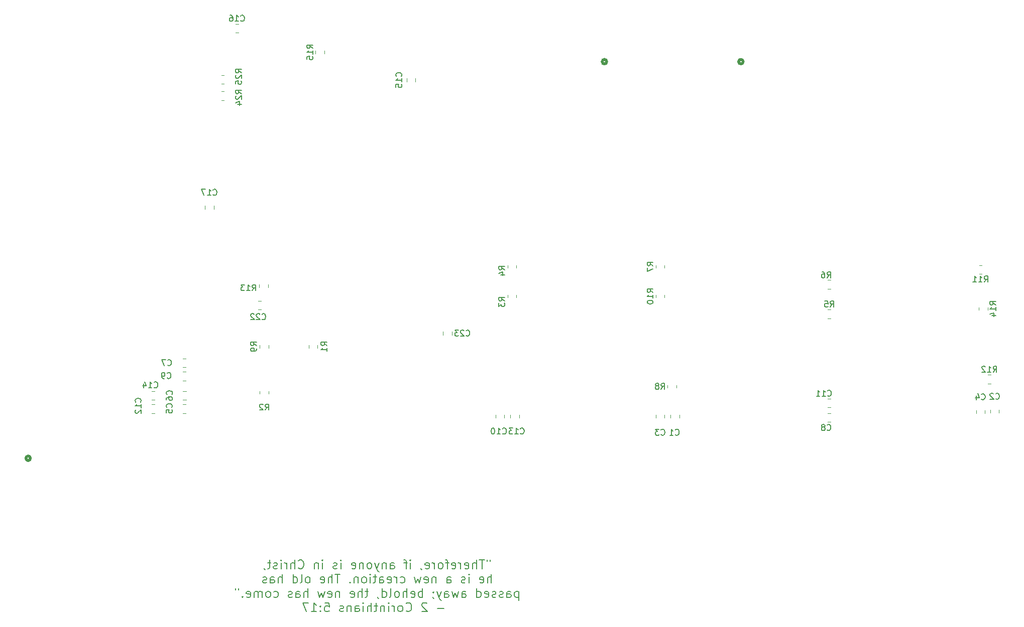
<source format=gbr>
%TF.GenerationSoftware,KiCad,Pcbnew,(6.0.0)*%
%TF.CreationDate,2024-06-19T13:28:13-04:00*%
%TF.ProjectId,MCD_Rev2,4d43445f-5265-4763-922e-6b696361645f,rev?*%
%TF.SameCoordinates,Original*%
%TF.FileFunction,Legend,Bot*%
%TF.FilePolarity,Positive*%
%FSLAX46Y46*%
G04 Gerber Fmt 4.6, Leading zero omitted, Abs format (unit mm)*
G04 Created by KiCad (PCBNEW (6.0.0)) date 2024-06-19 13:28:13*
%MOMM*%
%LPD*%
G01*
G04 APERTURE LIST*
%ADD10C,0.150000*%
%ADD11C,0.508000*%
%ADD12C,0.120000*%
G04 APERTURE END LIST*
D10*
X187392857Y-173556071D02*
X187392857Y-173841785D01*
X186821428Y-173556071D02*
X186821428Y-173841785D01*
X186392857Y-173556071D02*
X185535714Y-173556071D01*
X185964285Y-175056071D02*
X185964285Y-173556071D01*
X185035714Y-175056071D02*
X185035714Y-173556071D01*
X184392857Y-175056071D02*
X184392857Y-174270357D01*
X184464285Y-174127500D01*
X184607142Y-174056071D01*
X184821428Y-174056071D01*
X184964285Y-174127500D01*
X185035714Y-174198928D01*
X183107142Y-174984642D02*
X183250000Y-175056071D01*
X183535714Y-175056071D01*
X183678571Y-174984642D01*
X183750000Y-174841785D01*
X183750000Y-174270357D01*
X183678571Y-174127500D01*
X183535714Y-174056071D01*
X183250000Y-174056071D01*
X183107142Y-174127500D01*
X183035714Y-174270357D01*
X183035714Y-174413214D01*
X183750000Y-174556071D01*
X182392857Y-175056071D02*
X182392857Y-174056071D01*
X182392857Y-174341785D02*
X182321428Y-174198928D01*
X182250000Y-174127500D01*
X182107142Y-174056071D01*
X181964285Y-174056071D01*
X180892857Y-174984642D02*
X181035714Y-175056071D01*
X181321428Y-175056071D01*
X181464285Y-174984642D01*
X181535714Y-174841785D01*
X181535714Y-174270357D01*
X181464285Y-174127500D01*
X181321428Y-174056071D01*
X181035714Y-174056071D01*
X180892857Y-174127500D01*
X180821428Y-174270357D01*
X180821428Y-174413214D01*
X181535714Y-174556071D01*
X180392857Y-174056071D02*
X179821428Y-174056071D01*
X180178571Y-175056071D02*
X180178571Y-173770357D01*
X180107142Y-173627500D01*
X179964285Y-173556071D01*
X179821428Y-173556071D01*
X179107142Y-175056071D02*
X179250000Y-174984642D01*
X179321428Y-174913214D01*
X179392857Y-174770357D01*
X179392857Y-174341785D01*
X179321428Y-174198928D01*
X179250000Y-174127500D01*
X179107142Y-174056071D01*
X178892857Y-174056071D01*
X178750000Y-174127500D01*
X178678571Y-174198928D01*
X178607142Y-174341785D01*
X178607142Y-174770357D01*
X178678571Y-174913214D01*
X178750000Y-174984642D01*
X178892857Y-175056071D01*
X179107142Y-175056071D01*
X177964285Y-175056071D02*
X177964285Y-174056071D01*
X177964285Y-174341785D02*
X177892857Y-174198928D01*
X177821428Y-174127500D01*
X177678571Y-174056071D01*
X177535714Y-174056071D01*
X176464285Y-174984642D02*
X176607142Y-175056071D01*
X176892857Y-175056071D01*
X177035714Y-174984642D01*
X177107142Y-174841785D01*
X177107142Y-174270357D01*
X177035714Y-174127500D01*
X176892857Y-174056071D01*
X176607142Y-174056071D01*
X176464285Y-174127500D01*
X176392857Y-174270357D01*
X176392857Y-174413214D01*
X177107142Y-174556071D01*
X175678571Y-174984642D02*
X175678571Y-175056071D01*
X175750000Y-175198928D01*
X175821428Y-175270357D01*
X173892857Y-175056071D02*
X173892857Y-174056071D01*
X173892857Y-173556071D02*
X173964285Y-173627500D01*
X173892857Y-173698928D01*
X173821428Y-173627500D01*
X173892857Y-173556071D01*
X173892857Y-173698928D01*
X173392857Y-174056071D02*
X172821428Y-174056071D01*
X173178571Y-175056071D02*
X173178571Y-173770357D01*
X173107142Y-173627500D01*
X172964285Y-173556071D01*
X172821428Y-173556071D01*
X170535714Y-175056071D02*
X170535714Y-174270357D01*
X170607142Y-174127500D01*
X170750000Y-174056071D01*
X171035714Y-174056071D01*
X171178571Y-174127500D01*
X170535714Y-174984642D02*
X170678571Y-175056071D01*
X171035714Y-175056071D01*
X171178571Y-174984642D01*
X171250000Y-174841785D01*
X171250000Y-174698928D01*
X171178571Y-174556071D01*
X171035714Y-174484642D01*
X170678571Y-174484642D01*
X170535714Y-174413214D01*
X169821428Y-174056071D02*
X169821428Y-175056071D01*
X169821428Y-174198928D02*
X169750000Y-174127500D01*
X169607142Y-174056071D01*
X169392857Y-174056071D01*
X169250000Y-174127500D01*
X169178571Y-174270357D01*
X169178571Y-175056071D01*
X168607142Y-174056071D02*
X168250000Y-175056071D01*
X167892857Y-174056071D02*
X168250000Y-175056071D01*
X168392857Y-175413214D01*
X168464285Y-175484642D01*
X168607142Y-175556071D01*
X167107142Y-175056071D02*
X167250000Y-174984642D01*
X167321428Y-174913214D01*
X167392857Y-174770357D01*
X167392857Y-174341785D01*
X167321428Y-174198928D01*
X167250000Y-174127500D01*
X167107142Y-174056071D01*
X166892857Y-174056071D01*
X166750000Y-174127500D01*
X166678571Y-174198928D01*
X166607142Y-174341785D01*
X166607142Y-174770357D01*
X166678571Y-174913214D01*
X166750000Y-174984642D01*
X166892857Y-175056071D01*
X167107142Y-175056071D01*
X165964285Y-174056071D02*
X165964285Y-175056071D01*
X165964285Y-174198928D02*
X165892857Y-174127500D01*
X165750000Y-174056071D01*
X165535714Y-174056071D01*
X165392857Y-174127500D01*
X165321428Y-174270357D01*
X165321428Y-175056071D01*
X164035714Y-174984642D02*
X164178571Y-175056071D01*
X164464285Y-175056071D01*
X164607142Y-174984642D01*
X164678571Y-174841785D01*
X164678571Y-174270357D01*
X164607142Y-174127500D01*
X164464285Y-174056071D01*
X164178571Y-174056071D01*
X164035714Y-174127500D01*
X163964285Y-174270357D01*
X163964285Y-174413214D01*
X164678571Y-174556071D01*
X162178571Y-175056071D02*
X162178571Y-174056071D01*
X162178571Y-173556071D02*
X162250000Y-173627500D01*
X162178571Y-173698928D01*
X162107142Y-173627500D01*
X162178571Y-173556071D01*
X162178571Y-173698928D01*
X161535714Y-174984642D02*
X161392857Y-175056071D01*
X161107142Y-175056071D01*
X160964285Y-174984642D01*
X160892857Y-174841785D01*
X160892857Y-174770357D01*
X160964285Y-174627500D01*
X161107142Y-174556071D01*
X161321428Y-174556071D01*
X161464285Y-174484642D01*
X161535714Y-174341785D01*
X161535714Y-174270357D01*
X161464285Y-174127500D01*
X161321428Y-174056071D01*
X161107142Y-174056071D01*
X160964285Y-174127500D01*
X159107142Y-175056071D02*
X159107142Y-174056071D01*
X159107142Y-173556071D02*
X159178571Y-173627500D01*
X159107142Y-173698928D01*
X159035714Y-173627500D01*
X159107142Y-173556071D01*
X159107142Y-173698928D01*
X158392857Y-174056071D02*
X158392857Y-175056071D01*
X158392857Y-174198928D02*
X158321428Y-174127500D01*
X158178571Y-174056071D01*
X157964285Y-174056071D01*
X157821428Y-174127500D01*
X157750000Y-174270357D01*
X157750000Y-175056071D01*
X155035714Y-174913214D02*
X155107142Y-174984642D01*
X155321428Y-175056071D01*
X155464285Y-175056071D01*
X155678571Y-174984642D01*
X155821428Y-174841785D01*
X155892857Y-174698928D01*
X155964285Y-174413214D01*
X155964285Y-174198928D01*
X155892857Y-173913214D01*
X155821428Y-173770357D01*
X155678571Y-173627500D01*
X155464285Y-173556071D01*
X155321428Y-173556071D01*
X155107142Y-173627500D01*
X155035714Y-173698928D01*
X154392857Y-175056071D02*
X154392857Y-173556071D01*
X153750000Y-175056071D02*
X153750000Y-174270357D01*
X153821428Y-174127500D01*
X153964285Y-174056071D01*
X154178571Y-174056071D01*
X154321428Y-174127500D01*
X154392857Y-174198928D01*
X153035714Y-175056071D02*
X153035714Y-174056071D01*
X153035714Y-174341785D02*
X152964285Y-174198928D01*
X152892857Y-174127500D01*
X152750000Y-174056071D01*
X152607142Y-174056071D01*
X152107142Y-175056071D02*
X152107142Y-174056071D01*
X152107142Y-173556071D02*
X152178571Y-173627500D01*
X152107142Y-173698928D01*
X152035714Y-173627500D01*
X152107142Y-173556071D01*
X152107142Y-173698928D01*
X151464285Y-174984642D02*
X151321428Y-175056071D01*
X151035714Y-175056071D01*
X150892857Y-174984642D01*
X150821428Y-174841785D01*
X150821428Y-174770357D01*
X150892857Y-174627500D01*
X151035714Y-174556071D01*
X151250000Y-174556071D01*
X151392857Y-174484642D01*
X151464285Y-174341785D01*
X151464285Y-174270357D01*
X151392857Y-174127500D01*
X151250000Y-174056071D01*
X151035714Y-174056071D01*
X150892857Y-174127500D01*
X150392857Y-174056071D02*
X149821428Y-174056071D01*
X150178571Y-173556071D02*
X150178571Y-174841785D01*
X150107142Y-174984642D01*
X149964285Y-175056071D01*
X149821428Y-175056071D01*
X149250000Y-174984642D02*
X149250000Y-175056071D01*
X149321428Y-175198928D01*
X149392857Y-175270357D01*
X187571428Y-177471071D02*
X187571428Y-175971071D01*
X186928571Y-177471071D02*
X186928571Y-176685357D01*
X187000000Y-176542500D01*
X187142857Y-176471071D01*
X187357142Y-176471071D01*
X187500000Y-176542500D01*
X187571428Y-176613928D01*
X185642857Y-177399642D02*
X185785714Y-177471071D01*
X186071428Y-177471071D01*
X186214285Y-177399642D01*
X186285714Y-177256785D01*
X186285714Y-176685357D01*
X186214285Y-176542500D01*
X186071428Y-176471071D01*
X185785714Y-176471071D01*
X185642857Y-176542500D01*
X185571428Y-176685357D01*
X185571428Y-176828214D01*
X186285714Y-176971071D01*
X183785714Y-177471071D02*
X183785714Y-176471071D01*
X183785714Y-175971071D02*
X183857142Y-176042500D01*
X183785714Y-176113928D01*
X183714285Y-176042500D01*
X183785714Y-175971071D01*
X183785714Y-176113928D01*
X183142857Y-177399642D02*
X183000000Y-177471071D01*
X182714285Y-177471071D01*
X182571428Y-177399642D01*
X182500000Y-177256785D01*
X182500000Y-177185357D01*
X182571428Y-177042500D01*
X182714285Y-176971071D01*
X182928571Y-176971071D01*
X183071428Y-176899642D01*
X183142857Y-176756785D01*
X183142857Y-176685357D01*
X183071428Y-176542500D01*
X182928571Y-176471071D01*
X182714285Y-176471071D01*
X182571428Y-176542500D01*
X180071428Y-177471071D02*
X180071428Y-176685357D01*
X180142857Y-176542500D01*
X180285714Y-176471071D01*
X180571428Y-176471071D01*
X180714285Y-176542500D01*
X180071428Y-177399642D02*
X180214285Y-177471071D01*
X180571428Y-177471071D01*
X180714285Y-177399642D01*
X180785714Y-177256785D01*
X180785714Y-177113928D01*
X180714285Y-176971071D01*
X180571428Y-176899642D01*
X180214285Y-176899642D01*
X180071428Y-176828214D01*
X178214285Y-176471071D02*
X178214285Y-177471071D01*
X178214285Y-176613928D02*
X178142857Y-176542500D01*
X178000000Y-176471071D01*
X177785714Y-176471071D01*
X177642857Y-176542500D01*
X177571428Y-176685357D01*
X177571428Y-177471071D01*
X176285714Y-177399642D02*
X176428571Y-177471071D01*
X176714285Y-177471071D01*
X176857142Y-177399642D01*
X176928571Y-177256785D01*
X176928571Y-176685357D01*
X176857142Y-176542500D01*
X176714285Y-176471071D01*
X176428571Y-176471071D01*
X176285714Y-176542500D01*
X176214285Y-176685357D01*
X176214285Y-176828214D01*
X176928571Y-176971071D01*
X175714285Y-176471071D02*
X175428571Y-177471071D01*
X175142857Y-176756785D01*
X174857142Y-177471071D01*
X174571428Y-176471071D01*
X172214285Y-177399642D02*
X172357142Y-177471071D01*
X172642857Y-177471071D01*
X172785714Y-177399642D01*
X172857142Y-177328214D01*
X172928571Y-177185357D01*
X172928571Y-176756785D01*
X172857142Y-176613928D01*
X172785714Y-176542500D01*
X172642857Y-176471071D01*
X172357142Y-176471071D01*
X172214285Y-176542500D01*
X171571428Y-177471071D02*
X171571428Y-176471071D01*
X171571428Y-176756785D02*
X171500000Y-176613928D01*
X171428571Y-176542500D01*
X171285714Y-176471071D01*
X171142857Y-176471071D01*
X170071428Y-177399642D02*
X170214285Y-177471071D01*
X170500000Y-177471071D01*
X170642857Y-177399642D01*
X170714285Y-177256785D01*
X170714285Y-176685357D01*
X170642857Y-176542500D01*
X170500000Y-176471071D01*
X170214285Y-176471071D01*
X170071428Y-176542500D01*
X170000000Y-176685357D01*
X170000000Y-176828214D01*
X170714285Y-176971071D01*
X168714285Y-177471071D02*
X168714285Y-176685357D01*
X168785714Y-176542500D01*
X168928571Y-176471071D01*
X169214285Y-176471071D01*
X169357142Y-176542500D01*
X168714285Y-177399642D02*
X168857142Y-177471071D01*
X169214285Y-177471071D01*
X169357142Y-177399642D01*
X169428571Y-177256785D01*
X169428571Y-177113928D01*
X169357142Y-176971071D01*
X169214285Y-176899642D01*
X168857142Y-176899642D01*
X168714285Y-176828214D01*
X168214285Y-176471071D02*
X167642857Y-176471071D01*
X168000000Y-175971071D02*
X168000000Y-177256785D01*
X167928571Y-177399642D01*
X167785714Y-177471071D01*
X167642857Y-177471071D01*
X167142857Y-177471071D02*
X167142857Y-176471071D01*
X167142857Y-175971071D02*
X167214285Y-176042500D01*
X167142857Y-176113928D01*
X167071428Y-176042500D01*
X167142857Y-175971071D01*
X167142857Y-176113928D01*
X166214285Y-177471071D02*
X166357142Y-177399642D01*
X166428571Y-177328214D01*
X166500000Y-177185357D01*
X166500000Y-176756785D01*
X166428571Y-176613928D01*
X166357142Y-176542500D01*
X166214285Y-176471071D01*
X166000000Y-176471071D01*
X165857142Y-176542500D01*
X165785714Y-176613928D01*
X165714285Y-176756785D01*
X165714285Y-177185357D01*
X165785714Y-177328214D01*
X165857142Y-177399642D01*
X166000000Y-177471071D01*
X166214285Y-177471071D01*
X165071428Y-176471071D02*
X165071428Y-177471071D01*
X165071428Y-176613928D02*
X165000000Y-176542500D01*
X164857142Y-176471071D01*
X164642857Y-176471071D01*
X164500000Y-176542500D01*
X164428571Y-176685357D01*
X164428571Y-177471071D01*
X163714285Y-177328214D02*
X163642857Y-177399642D01*
X163714285Y-177471071D01*
X163785714Y-177399642D01*
X163714285Y-177328214D01*
X163714285Y-177471071D01*
X162071428Y-175971071D02*
X161214285Y-175971071D01*
X161642857Y-177471071D02*
X161642857Y-175971071D01*
X160714285Y-177471071D02*
X160714285Y-175971071D01*
X160071428Y-177471071D02*
X160071428Y-176685357D01*
X160142857Y-176542500D01*
X160285714Y-176471071D01*
X160500000Y-176471071D01*
X160642857Y-176542500D01*
X160714285Y-176613928D01*
X158785714Y-177399642D02*
X158928571Y-177471071D01*
X159214285Y-177471071D01*
X159357142Y-177399642D01*
X159428571Y-177256785D01*
X159428571Y-176685357D01*
X159357142Y-176542500D01*
X159214285Y-176471071D01*
X158928571Y-176471071D01*
X158785714Y-176542500D01*
X158714285Y-176685357D01*
X158714285Y-176828214D01*
X159428571Y-176971071D01*
X156714285Y-177471071D02*
X156857142Y-177399642D01*
X156928571Y-177328214D01*
X157000000Y-177185357D01*
X157000000Y-176756785D01*
X156928571Y-176613928D01*
X156857142Y-176542500D01*
X156714285Y-176471071D01*
X156500000Y-176471071D01*
X156357142Y-176542500D01*
X156285714Y-176613928D01*
X156214285Y-176756785D01*
X156214285Y-177185357D01*
X156285714Y-177328214D01*
X156357142Y-177399642D01*
X156500000Y-177471071D01*
X156714285Y-177471071D01*
X155357142Y-177471071D02*
X155500000Y-177399642D01*
X155571428Y-177256785D01*
X155571428Y-175971071D01*
X154142857Y-177471071D02*
X154142857Y-175971071D01*
X154142857Y-177399642D02*
X154285714Y-177471071D01*
X154571428Y-177471071D01*
X154714285Y-177399642D01*
X154785714Y-177328214D01*
X154857142Y-177185357D01*
X154857142Y-176756785D01*
X154785714Y-176613928D01*
X154714285Y-176542500D01*
X154571428Y-176471071D01*
X154285714Y-176471071D01*
X154142857Y-176542500D01*
X152285714Y-177471071D02*
X152285714Y-175971071D01*
X151642857Y-177471071D02*
X151642857Y-176685357D01*
X151714285Y-176542500D01*
X151857142Y-176471071D01*
X152071428Y-176471071D01*
X152214285Y-176542500D01*
X152285714Y-176613928D01*
X150285714Y-177471071D02*
X150285714Y-176685357D01*
X150357142Y-176542500D01*
X150500000Y-176471071D01*
X150785714Y-176471071D01*
X150928571Y-176542500D01*
X150285714Y-177399642D02*
X150428571Y-177471071D01*
X150785714Y-177471071D01*
X150928571Y-177399642D01*
X151000000Y-177256785D01*
X151000000Y-177113928D01*
X150928571Y-176971071D01*
X150785714Y-176899642D01*
X150428571Y-176899642D01*
X150285714Y-176828214D01*
X149642857Y-177399642D02*
X149500000Y-177471071D01*
X149214285Y-177471071D01*
X149071428Y-177399642D01*
X149000000Y-177256785D01*
X149000000Y-177185357D01*
X149071428Y-177042500D01*
X149214285Y-176971071D01*
X149428571Y-176971071D01*
X149571428Y-176899642D01*
X149642857Y-176756785D01*
X149642857Y-176685357D01*
X149571428Y-176542500D01*
X149428571Y-176471071D01*
X149214285Y-176471071D01*
X149071428Y-176542500D01*
X192178571Y-178886071D02*
X192178571Y-180386071D01*
X192178571Y-178957500D02*
X192035714Y-178886071D01*
X191750000Y-178886071D01*
X191607142Y-178957500D01*
X191535714Y-179028928D01*
X191464285Y-179171785D01*
X191464285Y-179600357D01*
X191535714Y-179743214D01*
X191607142Y-179814642D01*
X191750000Y-179886071D01*
X192035714Y-179886071D01*
X192178571Y-179814642D01*
X190178571Y-179886071D02*
X190178571Y-179100357D01*
X190250000Y-178957500D01*
X190392857Y-178886071D01*
X190678571Y-178886071D01*
X190821428Y-178957500D01*
X190178571Y-179814642D02*
X190321428Y-179886071D01*
X190678571Y-179886071D01*
X190821428Y-179814642D01*
X190892857Y-179671785D01*
X190892857Y-179528928D01*
X190821428Y-179386071D01*
X190678571Y-179314642D01*
X190321428Y-179314642D01*
X190178571Y-179243214D01*
X189535714Y-179814642D02*
X189392857Y-179886071D01*
X189107142Y-179886071D01*
X188964285Y-179814642D01*
X188892857Y-179671785D01*
X188892857Y-179600357D01*
X188964285Y-179457500D01*
X189107142Y-179386071D01*
X189321428Y-179386071D01*
X189464285Y-179314642D01*
X189535714Y-179171785D01*
X189535714Y-179100357D01*
X189464285Y-178957500D01*
X189321428Y-178886071D01*
X189107142Y-178886071D01*
X188964285Y-178957500D01*
X188321428Y-179814642D02*
X188178571Y-179886071D01*
X187892857Y-179886071D01*
X187750000Y-179814642D01*
X187678571Y-179671785D01*
X187678571Y-179600357D01*
X187750000Y-179457500D01*
X187892857Y-179386071D01*
X188107142Y-179386071D01*
X188250000Y-179314642D01*
X188321428Y-179171785D01*
X188321428Y-179100357D01*
X188250000Y-178957500D01*
X188107142Y-178886071D01*
X187892857Y-178886071D01*
X187750000Y-178957500D01*
X186464285Y-179814642D02*
X186607142Y-179886071D01*
X186892857Y-179886071D01*
X187035714Y-179814642D01*
X187107142Y-179671785D01*
X187107142Y-179100357D01*
X187035714Y-178957500D01*
X186892857Y-178886071D01*
X186607142Y-178886071D01*
X186464285Y-178957500D01*
X186392857Y-179100357D01*
X186392857Y-179243214D01*
X187107142Y-179386071D01*
X185107142Y-179886071D02*
X185107142Y-178386071D01*
X185107142Y-179814642D02*
X185250000Y-179886071D01*
X185535714Y-179886071D01*
X185678571Y-179814642D01*
X185750000Y-179743214D01*
X185821428Y-179600357D01*
X185821428Y-179171785D01*
X185750000Y-179028928D01*
X185678571Y-178957500D01*
X185535714Y-178886071D01*
X185250000Y-178886071D01*
X185107142Y-178957500D01*
X182607142Y-179886071D02*
X182607142Y-179100357D01*
X182678571Y-178957500D01*
X182821428Y-178886071D01*
X183107142Y-178886071D01*
X183250000Y-178957500D01*
X182607142Y-179814642D02*
X182750000Y-179886071D01*
X183107142Y-179886071D01*
X183250000Y-179814642D01*
X183321428Y-179671785D01*
X183321428Y-179528928D01*
X183250000Y-179386071D01*
X183107142Y-179314642D01*
X182750000Y-179314642D01*
X182607142Y-179243214D01*
X182035714Y-178886071D02*
X181750000Y-179886071D01*
X181464285Y-179171785D01*
X181178571Y-179886071D01*
X180892857Y-178886071D01*
X179678571Y-179886071D02*
X179678571Y-179100357D01*
X179750000Y-178957500D01*
X179892857Y-178886071D01*
X180178571Y-178886071D01*
X180321428Y-178957500D01*
X179678571Y-179814642D02*
X179821428Y-179886071D01*
X180178571Y-179886071D01*
X180321428Y-179814642D01*
X180392857Y-179671785D01*
X180392857Y-179528928D01*
X180321428Y-179386071D01*
X180178571Y-179314642D01*
X179821428Y-179314642D01*
X179678571Y-179243214D01*
X179107142Y-178886071D02*
X178749999Y-179886071D01*
X178392857Y-178886071D02*
X178749999Y-179886071D01*
X178892857Y-180243214D01*
X178964285Y-180314642D01*
X179107142Y-180386071D01*
X177750000Y-179814642D02*
X177750000Y-179886071D01*
X177821428Y-180028928D01*
X177892857Y-180100357D01*
X177821428Y-178957500D02*
X177750000Y-179028928D01*
X177821428Y-179100357D01*
X177892857Y-179028928D01*
X177821428Y-178957500D01*
X177821428Y-179100357D01*
X175964285Y-179886071D02*
X175964285Y-178386071D01*
X175964285Y-178957500D02*
X175821428Y-178886071D01*
X175535714Y-178886071D01*
X175392857Y-178957500D01*
X175321428Y-179028928D01*
X175249999Y-179171785D01*
X175249999Y-179600357D01*
X175321428Y-179743214D01*
X175392857Y-179814642D01*
X175535714Y-179886071D01*
X175821428Y-179886071D01*
X175964285Y-179814642D01*
X174035714Y-179814642D02*
X174178571Y-179886071D01*
X174464285Y-179886071D01*
X174607142Y-179814642D01*
X174678571Y-179671785D01*
X174678571Y-179100357D01*
X174607142Y-178957500D01*
X174464285Y-178886071D01*
X174178571Y-178886071D01*
X174035714Y-178957500D01*
X173964285Y-179100357D01*
X173964285Y-179243214D01*
X174678571Y-179386071D01*
X173321428Y-179886071D02*
X173321428Y-178386071D01*
X172678571Y-179886071D02*
X172678571Y-179100357D01*
X172749999Y-178957500D01*
X172892857Y-178886071D01*
X173107142Y-178886071D01*
X173249999Y-178957500D01*
X173321428Y-179028928D01*
X171749999Y-179886071D02*
X171892857Y-179814642D01*
X171964285Y-179743214D01*
X172035714Y-179600357D01*
X172035714Y-179171785D01*
X171964285Y-179028928D01*
X171892857Y-178957500D01*
X171749999Y-178886071D01*
X171535714Y-178886071D01*
X171392857Y-178957500D01*
X171321428Y-179028928D01*
X171249999Y-179171785D01*
X171249999Y-179600357D01*
X171321428Y-179743214D01*
X171392857Y-179814642D01*
X171535714Y-179886071D01*
X171749999Y-179886071D01*
X170392857Y-179886071D02*
X170535714Y-179814642D01*
X170607142Y-179671785D01*
X170607142Y-178386071D01*
X169178571Y-179886071D02*
X169178571Y-178386071D01*
X169178571Y-179814642D02*
X169321428Y-179886071D01*
X169607142Y-179886071D01*
X169749999Y-179814642D01*
X169821428Y-179743214D01*
X169892857Y-179600357D01*
X169892857Y-179171785D01*
X169821428Y-179028928D01*
X169749999Y-178957500D01*
X169607142Y-178886071D01*
X169321428Y-178886071D01*
X169178571Y-178957500D01*
X168392857Y-179814642D02*
X168392857Y-179886071D01*
X168464285Y-180028928D01*
X168535714Y-180100357D01*
X166821428Y-178886071D02*
X166249999Y-178886071D01*
X166607142Y-178386071D02*
X166607142Y-179671785D01*
X166535714Y-179814642D01*
X166392857Y-179886071D01*
X166249999Y-179886071D01*
X165749999Y-179886071D02*
X165749999Y-178386071D01*
X165107142Y-179886071D02*
X165107142Y-179100357D01*
X165178571Y-178957500D01*
X165321428Y-178886071D01*
X165535714Y-178886071D01*
X165678571Y-178957500D01*
X165749999Y-179028928D01*
X163821428Y-179814642D02*
X163964285Y-179886071D01*
X164249999Y-179886071D01*
X164392857Y-179814642D01*
X164464285Y-179671785D01*
X164464285Y-179100357D01*
X164392857Y-178957500D01*
X164249999Y-178886071D01*
X163964285Y-178886071D01*
X163821428Y-178957500D01*
X163749999Y-179100357D01*
X163749999Y-179243214D01*
X164464285Y-179386071D01*
X161964285Y-178886071D02*
X161964285Y-179886071D01*
X161964285Y-179028928D02*
X161892857Y-178957500D01*
X161749999Y-178886071D01*
X161535714Y-178886071D01*
X161392857Y-178957500D01*
X161321428Y-179100357D01*
X161321428Y-179886071D01*
X160035714Y-179814642D02*
X160178571Y-179886071D01*
X160464285Y-179886071D01*
X160607142Y-179814642D01*
X160678571Y-179671785D01*
X160678571Y-179100357D01*
X160607142Y-178957500D01*
X160464285Y-178886071D01*
X160178571Y-178886071D01*
X160035714Y-178957500D01*
X159964285Y-179100357D01*
X159964285Y-179243214D01*
X160678571Y-179386071D01*
X159464285Y-178886071D02*
X159178571Y-179886071D01*
X158892857Y-179171785D01*
X158607142Y-179886071D01*
X158321428Y-178886071D01*
X156607142Y-179886071D02*
X156607142Y-178386071D01*
X155964285Y-179886071D02*
X155964285Y-179100357D01*
X156035714Y-178957500D01*
X156178571Y-178886071D01*
X156392857Y-178886071D01*
X156535714Y-178957500D01*
X156607142Y-179028928D01*
X154607142Y-179886071D02*
X154607142Y-179100357D01*
X154678571Y-178957500D01*
X154821428Y-178886071D01*
X155107142Y-178886071D01*
X155249999Y-178957500D01*
X154607142Y-179814642D02*
X154749999Y-179886071D01*
X155107142Y-179886071D01*
X155249999Y-179814642D01*
X155321428Y-179671785D01*
X155321428Y-179528928D01*
X155249999Y-179386071D01*
X155107142Y-179314642D01*
X154749999Y-179314642D01*
X154607142Y-179243214D01*
X153964285Y-179814642D02*
X153821428Y-179886071D01*
X153535714Y-179886071D01*
X153392857Y-179814642D01*
X153321428Y-179671785D01*
X153321428Y-179600357D01*
X153392857Y-179457500D01*
X153535714Y-179386071D01*
X153749999Y-179386071D01*
X153892857Y-179314642D01*
X153964285Y-179171785D01*
X153964285Y-179100357D01*
X153892857Y-178957500D01*
X153749999Y-178886071D01*
X153535714Y-178886071D01*
X153392857Y-178957500D01*
X150892857Y-179814642D02*
X151035714Y-179886071D01*
X151321428Y-179886071D01*
X151464285Y-179814642D01*
X151535714Y-179743214D01*
X151607142Y-179600357D01*
X151607142Y-179171785D01*
X151535714Y-179028928D01*
X151464285Y-178957500D01*
X151321428Y-178886071D01*
X151035714Y-178886071D01*
X150892857Y-178957500D01*
X150035714Y-179886071D02*
X150178571Y-179814642D01*
X150249999Y-179743214D01*
X150321428Y-179600357D01*
X150321428Y-179171785D01*
X150249999Y-179028928D01*
X150178571Y-178957500D01*
X150035714Y-178886071D01*
X149821428Y-178886071D01*
X149678571Y-178957500D01*
X149607142Y-179028928D01*
X149535714Y-179171785D01*
X149535714Y-179600357D01*
X149607142Y-179743214D01*
X149678571Y-179814642D01*
X149821428Y-179886071D01*
X150035714Y-179886071D01*
X148892857Y-179886071D02*
X148892857Y-178886071D01*
X148892857Y-179028928D02*
X148821428Y-178957500D01*
X148678571Y-178886071D01*
X148464285Y-178886071D01*
X148321428Y-178957500D01*
X148249999Y-179100357D01*
X148249999Y-179886071D01*
X148249999Y-179100357D02*
X148178571Y-178957500D01*
X148035714Y-178886071D01*
X147821428Y-178886071D01*
X147678571Y-178957500D01*
X147607142Y-179100357D01*
X147607142Y-179886071D01*
X146321428Y-179814642D02*
X146464285Y-179886071D01*
X146749999Y-179886071D01*
X146892857Y-179814642D01*
X146964285Y-179671785D01*
X146964285Y-179100357D01*
X146892857Y-178957500D01*
X146749999Y-178886071D01*
X146464285Y-178886071D01*
X146321428Y-178957500D01*
X146249999Y-179100357D01*
X146249999Y-179243214D01*
X146964285Y-179386071D01*
X145607142Y-179743214D02*
X145535714Y-179814642D01*
X145607142Y-179886071D01*
X145678571Y-179814642D01*
X145607142Y-179743214D01*
X145607142Y-179886071D01*
X144964285Y-178386071D02*
X144964285Y-178671785D01*
X144392857Y-178386071D02*
X144392857Y-178671785D01*
X179607142Y-181729642D02*
X178464285Y-181729642D01*
X176678571Y-180943928D02*
X176607142Y-180872500D01*
X176464285Y-180801071D01*
X176107142Y-180801071D01*
X175964285Y-180872500D01*
X175892857Y-180943928D01*
X175821428Y-181086785D01*
X175821428Y-181229642D01*
X175892857Y-181443928D01*
X176750000Y-182301071D01*
X175821428Y-182301071D01*
X173178571Y-182158214D02*
X173250000Y-182229642D01*
X173464285Y-182301071D01*
X173607142Y-182301071D01*
X173821428Y-182229642D01*
X173964285Y-182086785D01*
X174035714Y-181943928D01*
X174107142Y-181658214D01*
X174107142Y-181443928D01*
X174035714Y-181158214D01*
X173964285Y-181015357D01*
X173821428Y-180872500D01*
X173607142Y-180801071D01*
X173464285Y-180801071D01*
X173250000Y-180872500D01*
X173178571Y-180943928D01*
X172321428Y-182301071D02*
X172464285Y-182229642D01*
X172535714Y-182158214D01*
X172607142Y-182015357D01*
X172607142Y-181586785D01*
X172535714Y-181443928D01*
X172464285Y-181372500D01*
X172321428Y-181301071D01*
X172107142Y-181301071D01*
X171964285Y-181372500D01*
X171892857Y-181443928D01*
X171821428Y-181586785D01*
X171821428Y-182015357D01*
X171892857Y-182158214D01*
X171964285Y-182229642D01*
X172107142Y-182301071D01*
X172321428Y-182301071D01*
X171178571Y-182301071D02*
X171178571Y-181301071D01*
X171178571Y-181586785D02*
X171107142Y-181443928D01*
X171035714Y-181372500D01*
X170892857Y-181301071D01*
X170750000Y-181301071D01*
X170250000Y-182301071D02*
X170250000Y-181301071D01*
X170250000Y-180801071D02*
X170321428Y-180872500D01*
X170250000Y-180943928D01*
X170178571Y-180872500D01*
X170250000Y-180801071D01*
X170250000Y-180943928D01*
X169535714Y-181301071D02*
X169535714Y-182301071D01*
X169535714Y-181443928D02*
X169464285Y-181372500D01*
X169321428Y-181301071D01*
X169107142Y-181301071D01*
X168964285Y-181372500D01*
X168892857Y-181515357D01*
X168892857Y-182301071D01*
X168392857Y-181301071D02*
X167821428Y-181301071D01*
X168178571Y-180801071D02*
X168178571Y-182086785D01*
X168107142Y-182229642D01*
X167964285Y-182301071D01*
X167821428Y-182301071D01*
X167321428Y-182301071D02*
X167321428Y-180801071D01*
X166678571Y-182301071D02*
X166678571Y-181515357D01*
X166750000Y-181372500D01*
X166892857Y-181301071D01*
X167107142Y-181301071D01*
X167250000Y-181372500D01*
X167321428Y-181443928D01*
X165964285Y-182301071D02*
X165964285Y-181301071D01*
X165964285Y-180801071D02*
X166035714Y-180872500D01*
X165964285Y-180943928D01*
X165892857Y-180872500D01*
X165964285Y-180801071D01*
X165964285Y-180943928D01*
X164607142Y-182301071D02*
X164607142Y-181515357D01*
X164678571Y-181372500D01*
X164821428Y-181301071D01*
X165107142Y-181301071D01*
X165250000Y-181372500D01*
X164607142Y-182229642D02*
X164750000Y-182301071D01*
X165107142Y-182301071D01*
X165250000Y-182229642D01*
X165321428Y-182086785D01*
X165321428Y-181943928D01*
X165250000Y-181801071D01*
X165107142Y-181729642D01*
X164750000Y-181729642D01*
X164607142Y-181658214D01*
X163892857Y-181301071D02*
X163892857Y-182301071D01*
X163892857Y-181443928D02*
X163821428Y-181372500D01*
X163678571Y-181301071D01*
X163464285Y-181301071D01*
X163321428Y-181372500D01*
X163250000Y-181515357D01*
X163250000Y-182301071D01*
X162607142Y-182229642D02*
X162464285Y-182301071D01*
X162178571Y-182301071D01*
X162035714Y-182229642D01*
X161964285Y-182086785D01*
X161964285Y-182015357D01*
X162035714Y-181872500D01*
X162178571Y-181801071D01*
X162392857Y-181801071D01*
X162535714Y-181729642D01*
X162607142Y-181586785D01*
X162607142Y-181515357D01*
X162535714Y-181372500D01*
X162392857Y-181301071D01*
X162178571Y-181301071D01*
X162035714Y-181372500D01*
X159464285Y-180801071D02*
X160178571Y-180801071D01*
X160250000Y-181515357D01*
X160178571Y-181443928D01*
X160035714Y-181372500D01*
X159678571Y-181372500D01*
X159535714Y-181443928D01*
X159464285Y-181515357D01*
X159392857Y-181658214D01*
X159392857Y-182015357D01*
X159464285Y-182158214D01*
X159535714Y-182229642D01*
X159678571Y-182301071D01*
X160035714Y-182301071D01*
X160178571Y-182229642D01*
X160250000Y-182158214D01*
X158750000Y-182158214D02*
X158678571Y-182229642D01*
X158750000Y-182301071D01*
X158821428Y-182229642D01*
X158750000Y-182158214D01*
X158750000Y-182301071D01*
X158750000Y-181372500D02*
X158678571Y-181443928D01*
X158750000Y-181515357D01*
X158821428Y-181443928D01*
X158750000Y-181372500D01*
X158750000Y-181515357D01*
X157250000Y-182301071D02*
X158107142Y-182301071D01*
X157678571Y-182301071D02*
X157678571Y-180801071D01*
X157821428Y-181015357D01*
X157964285Y-181158214D01*
X158107142Y-181229642D01*
X156750000Y-180801071D02*
X155750000Y-180801071D01*
X156392857Y-182301071D01*
%TO.C,R11*%
X270659980Y-126672380D02*
X270993313Y-126196190D01*
X271231408Y-126672380D02*
X271231408Y-125672380D01*
X270850456Y-125672380D01*
X270755218Y-125720000D01*
X270707599Y-125767619D01*
X270659980Y-125862857D01*
X270659980Y-126005714D01*
X270707599Y-126100952D01*
X270755218Y-126148571D01*
X270850456Y-126196190D01*
X271231408Y-126196190D01*
X269707599Y-126672380D02*
X270279027Y-126672380D01*
X269993313Y-126672380D02*
X269993313Y-125672380D01*
X270088551Y-125815238D01*
X270183789Y-125910476D01*
X270279027Y-125958095D01*
X268755218Y-126672380D02*
X269326646Y-126672380D01*
X269040932Y-126672380D02*
X269040932Y-125672380D01*
X269136170Y-125815238D01*
X269231408Y-125910476D01*
X269326646Y-125958095D01*
%TO.C,R5*%
X244683789Y-130872380D02*
X245017123Y-130396190D01*
X245255218Y-130872380D02*
X245255218Y-129872380D01*
X244874265Y-129872380D01*
X244779027Y-129920000D01*
X244731408Y-129967619D01*
X244683789Y-130062857D01*
X244683789Y-130205714D01*
X244731408Y-130300952D01*
X244779027Y-130348571D01*
X244874265Y-130396190D01*
X245255218Y-130396190D01*
X243779027Y-129872380D02*
X244255218Y-129872380D01*
X244302837Y-130348571D01*
X244255218Y-130300952D01*
X244159980Y-130253333D01*
X243921884Y-130253333D01*
X243826646Y-130300952D01*
X243779027Y-130348571D01*
X243731408Y-130443809D01*
X243731408Y-130681904D01*
X243779027Y-130777142D01*
X243826646Y-130824761D01*
X243921884Y-130872380D01*
X244159980Y-130872380D01*
X244255218Y-130824761D01*
X244302837Y-130777142D01*
%TO.C,C3*%
X216183789Y-152427142D02*
X216231408Y-152474761D01*
X216374265Y-152522380D01*
X216469503Y-152522380D01*
X216612361Y-152474761D01*
X216707599Y-152379523D01*
X216755218Y-152284285D01*
X216802837Y-152093809D01*
X216802837Y-151950952D01*
X216755218Y-151760476D01*
X216707599Y-151665238D01*
X216612361Y-151570000D01*
X216469503Y-151522380D01*
X216374265Y-151522380D01*
X216231408Y-151570000D01*
X216183789Y-151617619D01*
X215850456Y-151522380D02*
X215231408Y-151522380D01*
X215564742Y-151903333D01*
X215421884Y-151903333D01*
X215326646Y-151950952D01*
X215279027Y-151998571D01*
X215231408Y-152093809D01*
X215231408Y-152331904D01*
X215279027Y-152427142D01*
X215326646Y-152474761D01*
X215421884Y-152522380D01*
X215707599Y-152522380D01*
X215802837Y-152474761D01*
X215850456Y-152427142D01*
%TO.C,R1*%
X159869503Y-137403333D02*
X159393313Y-137070000D01*
X159869503Y-136831904D02*
X158869503Y-136831904D01*
X158869503Y-137212857D01*
X158917123Y-137308095D01*
X158964742Y-137355714D01*
X159059980Y-137403333D01*
X159202837Y-137403333D01*
X159298075Y-137355714D01*
X159345694Y-137308095D01*
X159393313Y-137212857D01*
X159393313Y-136831904D01*
X159869503Y-138355714D02*
X159869503Y-137784285D01*
X159869503Y-138070000D02*
X158869503Y-138070000D01*
X159012361Y-137974761D01*
X159107599Y-137879523D01*
X159155218Y-137784285D01*
%TO.C,R24*%
X145452380Y-94857142D02*
X144976190Y-94523809D01*
X145452380Y-94285714D02*
X144452380Y-94285714D01*
X144452380Y-94666666D01*
X144500000Y-94761904D01*
X144547619Y-94809523D01*
X144642857Y-94857142D01*
X144785714Y-94857142D01*
X144880952Y-94809523D01*
X144928571Y-94761904D01*
X144976190Y-94666666D01*
X144976190Y-94285714D01*
X144547619Y-95238095D02*
X144500000Y-95285714D01*
X144452380Y-95380952D01*
X144452380Y-95619047D01*
X144500000Y-95714285D01*
X144547619Y-95761904D01*
X144642857Y-95809523D01*
X144738095Y-95809523D01*
X144880952Y-95761904D01*
X145452380Y-95190476D01*
X145452380Y-95809523D01*
X144785714Y-96666666D02*
X145452380Y-96666666D01*
X144404761Y-96428571D02*
X145119047Y-96190476D01*
X145119047Y-96809523D01*
%TO.C,C6*%
X133696765Y-145653333D02*
X133744384Y-145605714D01*
X133792003Y-145462857D01*
X133792003Y-145367619D01*
X133744384Y-145224761D01*
X133649146Y-145129523D01*
X133553908Y-145081904D01*
X133363432Y-145034285D01*
X133220575Y-145034285D01*
X133030099Y-145081904D01*
X132934861Y-145129523D01*
X132839623Y-145224761D01*
X132792003Y-145367619D01*
X132792003Y-145462857D01*
X132839623Y-145605714D01*
X132887242Y-145653333D01*
X132792003Y-146510476D02*
X132792003Y-146320000D01*
X132839623Y-146224761D01*
X132887242Y-146177142D01*
X133030099Y-146081904D01*
X133220575Y-146034285D01*
X133601527Y-146034285D01*
X133696765Y-146081904D01*
X133744384Y-146129523D01*
X133792003Y-146224761D01*
X133792003Y-146415238D01*
X133744384Y-146510476D01*
X133696765Y-146558095D01*
X133601527Y-146605714D01*
X133363432Y-146605714D01*
X133268194Y-146558095D01*
X133220575Y-146510476D01*
X133172956Y-146415238D01*
X133172956Y-146224761D01*
X133220575Y-146129523D01*
X133268194Y-146081904D01*
X133363432Y-146034285D01*
%TO.C,R15*%
X157469503Y-87227142D02*
X156993313Y-86893809D01*
X157469503Y-86655714D02*
X156469503Y-86655714D01*
X156469503Y-87036666D01*
X156517123Y-87131904D01*
X156564742Y-87179523D01*
X156659980Y-87227142D01*
X156802837Y-87227142D01*
X156898075Y-87179523D01*
X156945694Y-87131904D01*
X156993313Y-87036666D01*
X156993313Y-86655714D01*
X157469503Y-88179523D02*
X157469503Y-87608095D01*
X157469503Y-87893809D02*
X156469503Y-87893809D01*
X156612361Y-87798571D01*
X156707599Y-87703333D01*
X156755218Y-87608095D01*
X156469503Y-89084285D02*
X156469503Y-88608095D01*
X156945694Y-88560476D01*
X156898075Y-88608095D01*
X156850456Y-88703333D01*
X156850456Y-88941428D01*
X156898075Y-89036666D01*
X156945694Y-89084285D01*
X157040932Y-89131904D01*
X157279027Y-89131904D01*
X157374265Y-89084285D01*
X157421884Y-89036666D01*
X157469503Y-88941428D01*
X157469503Y-88703333D01*
X157421884Y-88608095D01*
X157374265Y-88560476D01*
%TO.C,R14*%
X272619503Y-130527142D02*
X272143313Y-130193809D01*
X272619503Y-129955714D02*
X271619503Y-129955714D01*
X271619503Y-130336666D01*
X271667123Y-130431904D01*
X271714742Y-130479523D01*
X271809980Y-130527142D01*
X271952837Y-130527142D01*
X272048075Y-130479523D01*
X272095694Y-130431904D01*
X272143313Y-130336666D01*
X272143313Y-129955714D01*
X272619503Y-131479523D02*
X272619503Y-130908095D01*
X272619503Y-131193809D02*
X271619503Y-131193809D01*
X271762361Y-131098571D01*
X271857599Y-131003333D01*
X271905218Y-130908095D01*
X271952837Y-132336666D02*
X272619503Y-132336666D01*
X271571884Y-132098571D02*
X272286170Y-131860476D01*
X272286170Y-132479523D01*
%TO.C,R7*%
X214819503Y-123903333D02*
X214343313Y-123570000D01*
X214819503Y-123331904D02*
X213819503Y-123331904D01*
X213819503Y-123712857D01*
X213867123Y-123808095D01*
X213914742Y-123855714D01*
X214009980Y-123903333D01*
X214152837Y-123903333D01*
X214248075Y-123855714D01*
X214295694Y-123808095D01*
X214343313Y-123712857D01*
X214343313Y-123331904D01*
X213819503Y-124236666D02*
X213819503Y-124903333D01*
X214819503Y-124474761D01*
%TO.C,C1*%
X218583789Y-152427142D02*
X218631408Y-152474761D01*
X218774265Y-152522380D01*
X218869503Y-152522380D01*
X219012361Y-152474761D01*
X219107599Y-152379523D01*
X219155218Y-152284285D01*
X219202837Y-152093809D01*
X219202837Y-151950952D01*
X219155218Y-151760476D01*
X219107599Y-151665238D01*
X219012361Y-151570000D01*
X218869503Y-151522380D01*
X218774265Y-151522380D01*
X218631408Y-151570000D01*
X218583789Y-151617619D01*
X217631408Y-152522380D02*
X218202837Y-152522380D01*
X217917123Y-152522380D02*
X217917123Y-151522380D01*
X218012361Y-151665238D01*
X218107599Y-151760476D01*
X218202837Y-151808095D01*
%TO.C,R8*%
X216183789Y-144772380D02*
X216517123Y-144296190D01*
X216755218Y-144772380D02*
X216755218Y-143772380D01*
X216374265Y-143772380D01*
X216279027Y-143820000D01*
X216231408Y-143867619D01*
X216183789Y-143962857D01*
X216183789Y-144105714D01*
X216231408Y-144200952D01*
X216279027Y-144248571D01*
X216374265Y-144296190D01*
X216755218Y-144296190D01*
X215612361Y-144200952D02*
X215707599Y-144153333D01*
X215755218Y-144105714D01*
X215802837Y-144010476D01*
X215802837Y-143962857D01*
X215755218Y-143867619D01*
X215707599Y-143820000D01*
X215612361Y-143772380D01*
X215421884Y-143772380D01*
X215326646Y-143820000D01*
X215279027Y-143867619D01*
X215231408Y-143962857D01*
X215231408Y-144010476D01*
X215279027Y-144105714D01*
X215326646Y-144153333D01*
X215421884Y-144200952D01*
X215612361Y-144200952D01*
X215707599Y-144248571D01*
X215755218Y-144296190D01*
X215802837Y-144391428D01*
X215802837Y-144581904D01*
X215755218Y-144677142D01*
X215707599Y-144724761D01*
X215612361Y-144772380D01*
X215421884Y-144772380D01*
X215326646Y-144724761D01*
X215279027Y-144677142D01*
X215231408Y-144581904D01*
X215231408Y-144391428D01*
X215279027Y-144296190D01*
X215326646Y-144248571D01*
X215421884Y-144200952D01*
%TO.C,R6*%
X244166666Y-125952380D02*
X244500000Y-125476190D01*
X244738095Y-125952380D02*
X244738095Y-124952380D01*
X244357142Y-124952380D01*
X244261904Y-125000000D01*
X244214285Y-125047619D01*
X244166666Y-125142857D01*
X244166666Y-125285714D01*
X244214285Y-125380952D01*
X244261904Y-125428571D01*
X244357142Y-125476190D01*
X244738095Y-125476190D01*
X243309523Y-124952380D02*
X243500000Y-124952380D01*
X243595238Y-125000000D01*
X243642857Y-125047619D01*
X243738095Y-125190476D01*
X243785714Y-125380952D01*
X243785714Y-125761904D01*
X243738095Y-125857142D01*
X243690476Y-125904761D01*
X243595238Y-125952380D01*
X243404761Y-125952380D01*
X243309523Y-125904761D01*
X243261904Y-125857142D01*
X243214285Y-125761904D01*
X243214285Y-125523809D01*
X243261904Y-125428571D01*
X243309523Y-125380952D01*
X243404761Y-125333333D01*
X243595238Y-125333333D01*
X243690476Y-125380952D01*
X243738095Y-125428571D01*
X243785714Y-125523809D01*
%TO.C,C22*%
X148898728Y-132927142D02*
X148946347Y-132974761D01*
X149089204Y-133022380D01*
X149184442Y-133022380D01*
X149327299Y-132974761D01*
X149422537Y-132879523D01*
X149470156Y-132784285D01*
X149517775Y-132593809D01*
X149517775Y-132450952D01*
X149470156Y-132260476D01*
X149422537Y-132165238D01*
X149327299Y-132070000D01*
X149184442Y-132022380D01*
X149089204Y-132022380D01*
X148946347Y-132070000D01*
X148898728Y-132117619D01*
X148517775Y-132117619D02*
X148470156Y-132070000D01*
X148374918Y-132022380D01*
X148136823Y-132022380D01*
X148041585Y-132070000D01*
X147993966Y-132117619D01*
X147946347Y-132212857D01*
X147946347Y-132308095D01*
X147993966Y-132450952D01*
X148565394Y-133022380D01*
X147946347Y-133022380D01*
X147565394Y-132117619D02*
X147517775Y-132070000D01*
X147422537Y-132022380D01*
X147184442Y-132022380D01*
X147089204Y-132070000D01*
X147041585Y-132117619D01*
X146993966Y-132212857D01*
X146993966Y-132308095D01*
X147041585Y-132450952D01*
X147613013Y-133022380D01*
X146993966Y-133022380D01*
%TO.C,C2*%
X272583789Y-146364642D02*
X272631408Y-146412261D01*
X272774265Y-146459880D01*
X272869503Y-146459880D01*
X273012361Y-146412261D01*
X273107599Y-146317023D01*
X273155218Y-146221785D01*
X273202837Y-146031309D01*
X273202837Y-145888452D01*
X273155218Y-145697976D01*
X273107599Y-145602738D01*
X273012361Y-145507500D01*
X272869503Y-145459880D01*
X272774265Y-145459880D01*
X272631408Y-145507500D01*
X272583789Y-145555119D01*
X272202837Y-145555119D02*
X272155218Y-145507500D01*
X272059980Y-145459880D01*
X271821884Y-145459880D01*
X271726646Y-145507500D01*
X271679027Y-145555119D01*
X271631408Y-145650357D01*
X271631408Y-145745595D01*
X271679027Y-145888452D01*
X272250456Y-146459880D01*
X271631408Y-146459880D01*
%TO.C,C10*%
X189459980Y-152227142D02*
X189507599Y-152274761D01*
X189650456Y-152322380D01*
X189745694Y-152322380D01*
X189888551Y-152274761D01*
X189983789Y-152179523D01*
X190031408Y-152084285D01*
X190079027Y-151893809D01*
X190079027Y-151750952D01*
X190031408Y-151560476D01*
X189983789Y-151465238D01*
X189888551Y-151370000D01*
X189745694Y-151322380D01*
X189650456Y-151322380D01*
X189507599Y-151370000D01*
X189459980Y-151417619D01*
X188507599Y-152322380D02*
X189079027Y-152322380D01*
X188793313Y-152322380D02*
X188793313Y-151322380D01*
X188888551Y-151465238D01*
X188983789Y-151560476D01*
X189079027Y-151608095D01*
X187888551Y-151322380D02*
X187793313Y-151322380D01*
X187698075Y-151370000D01*
X187650456Y-151417619D01*
X187602837Y-151512857D01*
X187555218Y-151703333D01*
X187555218Y-151941428D01*
X187602837Y-152131904D01*
X187650456Y-152227142D01*
X187698075Y-152274761D01*
X187793313Y-152322380D01*
X187888551Y-152322380D01*
X187983789Y-152274761D01*
X188031408Y-152227142D01*
X188079027Y-152131904D01*
X188126646Y-151941428D01*
X188126646Y-151703333D01*
X188079027Y-151512857D01*
X188031408Y-151417619D01*
X187983789Y-151370000D01*
X187888551Y-151322380D01*
%TO.C,C4*%
X270183789Y-146427142D02*
X270231408Y-146474761D01*
X270374265Y-146522380D01*
X270469503Y-146522380D01*
X270612361Y-146474761D01*
X270707599Y-146379523D01*
X270755218Y-146284285D01*
X270802837Y-146093809D01*
X270802837Y-145950952D01*
X270755218Y-145760476D01*
X270707599Y-145665238D01*
X270612361Y-145570000D01*
X270469503Y-145522380D01*
X270374265Y-145522380D01*
X270231408Y-145570000D01*
X270183789Y-145617619D01*
X269326646Y-145855714D02*
X269326646Y-146522380D01*
X269564742Y-145474761D02*
X269802837Y-146189047D01*
X269183789Y-146189047D01*
%TO.C,R9*%
X147969503Y-137403333D02*
X147493313Y-137070000D01*
X147969503Y-136831904D02*
X146969503Y-136831904D01*
X146969503Y-137212857D01*
X147017123Y-137308095D01*
X147064742Y-137355714D01*
X147159980Y-137403333D01*
X147302837Y-137403333D01*
X147398075Y-137355714D01*
X147445694Y-137308095D01*
X147493313Y-137212857D01*
X147493313Y-136831904D01*
X147969503Y-137879523D02*
X147969503Y-138070000D01*
X147921884Y-138165238D01*
X147874265Y-138212857D01*
X147731408Y-138308095D01*
X147540932Y-138355714D01*
X147159980Y-138355714D01*
X147064742Y-138308095D01*
X147017123Y-138260476D01*
X146969503Y-138165238D01*
X146969503Y-137974761D01*
X147017123Y-137879523D01*
X147064742Y-137831904D01*
X147159980Y-137784285D01*
X147398075Y-137784285D01*
X147493313Y-137831904D01*
X147540932Y-137879523D01*
X147588551Y-137974761D01*
X147588551Y-138165238D01*
X147540932Y-138260476D01*
X147493313Y-138308095D01*
X147398075Y-138355714D01*
%TO.C,C16*%
X145309980Y-82547142D02*
X145357599Y-82594761D01*
X145500456Y-82642380D01*
X145595694Y-82642380D01*
X145738551Y-82594761D01*
X145833789Y-82499523D01*
X145881408Y-82404285D01*
X145929027Y-82213809D01*
X145929027Y-82070952D01*
X145881408Y-81880476D01*
X145833789Y-81785238D01*
X145738551Y-81690000D01*
X145595694Y-81642380D01*
X145500456Y-81642380D01*
X145357599Y-81690000D01*
X145309980Y-81737619D01*
X144357599Y-82642380D02*
X144929027Y-82642380D01*
X144643313Y-82642380D02*
X144643313Y-81642380D01*
X144738551Y-81785238D01*
X144833789Y-81880476D01*
X144929027Y-81928095D01*
X143500456Y-81642380D02*
X143690932Y-81642380D01*
X143786170Y-81690000D01*
X143833789Y-81737619D01*
X143929027Y-81880476D01*
X143976646Y-82070952D01*
X143976646Y-82451904D01*
X143929027Y-82547142D01*
X143881408Y-82594761D01*
X143786170Y-82642380D01*
X143595694Y-82642380D01*
X143500456Y-82594761D01*
X143452837Y-82547142D01*
X143405218Y-82451904D01*
X143405218Y-82213809D01*
X143452837Y-82118571D01*
X143500456Y-82070952D01*
X143595694Y-82023333D01*
X143786170Y-82023333D01*
X143881408Y-82070952D01*
X143929027Y-82118571D01*
X143976646Y-82213809D01*
%TO.C,R2*%
X149433789Y-148272380D02*
X149767123Y-147796190D01*
X150005218Y-148272380D02*
X150005218Y-147272380D01*
X149624265Y-147272380D01*
X149529027Y-147320000D01*
X149481408Y-147367619D01*
X149433789Y-147462857D01*
X149433789Y-147605714D01*
X149481408Y-147700952D01*
X149529027Y-147748571D01*
X149624265Y-147796190D01*
X150005218Y-147796190D01*
X149052837Y-147367619D02*
X149005218Y-147320000D01*
X148909980Y-147272380D01*
X148671884Y-147272380D01*
X148576646Y-147320000D01*
X148529027Y-147367619D01*
X148481408Y-147462857D01*
X148481408Y-147558095D01*
X148529027Y-147700952D01*
X149100456Y-148272380D01*
X148481408Y-148272380D01*
%TO.C,C13*%
X192459980Y-152227142D02*
X192507599Y-152274761D01*
X192650456Y-152322380D01*
X192745694Y-152322380D01*
X192888551Y-152274761D01*
X192983789Y-152179523D01*
X193031408Y-152084285D01*
X193079027Y-151893809D01*
X193079027Y-151750952D01*
X193031408Y-151560476D01*
X192983789Y-151465238D01*
X192888551Y-151370000D01*
X192745694Y-151322380D01*
X192650456Y-151322380D01*
X192507599Y-151370000D01*
X192459980Y-151417619D01*
X191507599Y-152322380D02*
X192079027Y-152322380D01*
X191793313Y-152322380D02*
X191793313Y-151322380D01*
X191888551Y-151465238D01*
X191983789Y-151560476D01*
X192079027Y-151608095D01*
X191174265Y-151322380D02*
X190555218Y-151322380D01*
X190888551Y-151703333D01*
X190745694Y-151703333D01*
X190650456Y-151750952D01*
X190602837Y-151798571D01*
X190555218Y-151893809D01*
X190555218Y-152131904D01*
X190602837Y-152227142D01*
X190650456Y-152274761D01*
X190745694Y-152322380D01*
X191031408Y-152322380D01*
X191126646Y-152274761D01*
X191174265Y-152227142D01*
%TO.C,C9*%
X132916666Y-142857142D02*
X132964285Y-142904761D01*
X133107142Y-142952380D01*
X133202380Y-142952380D01*
X133345238Y-142904761D01*
X133440476Y-142809523D01*
X133488095Y-142714285D01*
X133535714Y-142523809D01*
X133535714Y-142380952D01*
X133488095Y-142190476D01*
X133440476Y-142095238D01*
X133345238Y-142000000D01*
X133202380Y-141952380D01*
X133107142Y-141952380D01*
X132964285Y-142000000D01*
X132916666Y-142047619D01*
X132440476Y-142952380D02*
X132250000Y-142952380D01*
X132154761Y-142904761D01*
X132107142Y-142857142D01*
X132011904Y-142714285D01*
X131964285Y-142523809D01*
X131964285Y-142142857D01*
X132011904Y-142047619D01*
X132059523Y-142000000D01*
X132154761Y-141952380D01*
X132345238Y-141952380D01*
X132440476Y-142000000D01*
X132488095Y-142047619D01*
X132535714Y-142142857D01*
X132535714Y-142380952D01*
X132488095Y-142476190D01*
X132440476Y-142523809D01*
X132345238Y-142571428D01*
X132154761Y-142571428D01*
X132059523Y-142523809D01*
X132011904Y-142476190D01*
X131964285Y-142380952D01*
%TO.C,C15*%
X172374265Y-91927142D02*
X172421884Y-91879523D01*
X172469503Y-91736666D01*
X172469503Y-91641428D01*
X172421884Y-91498571D01*
X172326646Y-91403333D01*
X172231408Y-91355714D01*
X172040932Y-91308095D01*
X171898075Y-91308095D01*
X171707599Y-91355714D01*
X171612361Y-91403333D01*
X171517123Y-91498571D01*
X171469503Y-91641428D01*
X171469503Y-91736666D01*
X171517123Y-91879523D01*
X171564742Y-91927142D01*
X172469503Y-92879523D02*
X172469503Y-92308095D01*
X172469503Y-92593809D02*
X171469503Y-92593809D01*
X171612361Y-92498571D01*
X171707599Y-92403333D01*
X171755218Y-92308095D01*
X171469503Y-93784285D02*
X171469503Y-93308095D01*
X171945694Y-93260476D01*
X171898075Y-93308095D01*
X171850456Y-93403333D01*
X171850456Y-93641428D01*
X171898075Y-93736666D01*
X171945694Y-93784285D01*
X172040932Y-93831904D01*
X172279027Y-93831904D01*
X172374265Y-93784285D01*
X172421884Y-93736666D01*
X172469503Y-93641428D01*
X172469503Y-93403333D01*
X172421884Y-93308095D01*
X172374265Y-93260476D01*
%TO.C,R25*%
X145452380Y-91357142D02*
X144976190Y-91023809D01*
X145452380Y-90785714D02*
X144452380Y-90785714D01*
X144452380Y-91166666D01*
X144500000Y-91261904D01*
X144547619Y-91309523D01*
X144642857Y-91357142D01*
X144785714Y-91357142D01*
X144880952Y-91309523D01*
X144928571Y-91261904D01*
X144976190Y-91166666D01*
X144976190Y-90785714D01*
X144547619Y-91738095D02*
X144500000Y-91785714D01*
X144452380Y-91880952D01*
X144452380Y-92119047D01*
X144500000Y-92214285D01*
X144547619Y-92261904D01*
X144642857Y-92309523D01*
X144738095Y-92309523D01*
X144880952Y-92261904D01*
X145452380Y-91690476D01*
X145452380Y-92309523D01*
X144452380Y-93214285D02*
X144452380Y-92738095D01*
X144928571Y-92690476D01*
X144880952Y-92738095D01*
X144833333Y-92833333D01*
X144833333Y-93071428D01*
X144880952Y-93166666D01*
X144928571Y-93214285D01*
X145023809Y-93261904D01*
X145261904Y-93261904D01*
X145357142Y-93214285D01*
X145404761Y-93166666D01*
X145452380Y-93071428D01*
X145452380Y-92833333D01*
X145404761Y-92738095D01*
X145357142Y-92690476D01*
%TO.C,C5*%
X133674265Y-147833333D02*
X133721884Y-147785714D01*
X133769503Y-147642857D01*
X133769503Y-147547619D01*
X133721884Y-147404761D01*
X133626646Y-147309523D01*
X133531408Y-147261904D01*
X133340932Y-147214285D01*
X133198075Y-147214285D01*
X133007599Y-147261904D01*
X132912361Y-147309523D01*
X132817123Y-147404761D01*
X132769503Y-147547619D01*
X132769503Y-147642857D01*
X132817123Y-147785714D01*
X132864742Y-147833333D01*
X132769503Y-148738095D02*
X132769503Y-148261904D01*
X133245694Y-148214285D01*
X133198075Y-148261904D01*
X133150456Y-148357142D01*
X133150456Y-148595238D01*
X133198075Y-148690476D01*
X133245694Y-148738095D01*
X133340932Y-148785714D01*
X133579027Y-148785714D01*
X133674265Y-148738095D01*
X133721884Y-148690476D01*
X133769503Y-148595238D01*
X133769503Y-148357142D01*
X133721884Y-148261904D01*
X133674265Y-148214285D01*
%TO.C,R3*%
X189819503Y-129833333D02*
X189343313Y-129500000D01*
X189819503Y-129261904D02*
X188819503Y-129261904D01*
X188819503Y-129642857D01*
X188867123Y-129738095D01*
X188914742Y-129785714D01*
X189009980Y-129833333D01*
X189152837Y-129833333D01*
X189248075Y-129785714D01*
X189295694Y-129738095D01*
X189343313Y-129642857D01*
X189343313Y-129261904D01*
X188819503Y-130166666D02*
X188819503Y-130785714D01*
X189200456Y-130452380D01*
X189200456Y-130595238D01*
X189248075Y-130690476D01*
X189295694Y-130738095D01*
X189390932Y-130785714D01*
X189629027Y-130785714D01*
X189724265Y-130738095D01*
X189771884Y-130690476D01*
X189819503Y-130595238D01*
X189819503Y-130309523D01*
X189771884Y-130214285D01*
X189724265Y-130166666D01*
%TO.C,C11*%
X244259980Y-145827142D02*
X244307599Y-145874761D01*
X244450456Y-145922380D01*
X244545694Y-145922380D01*
X244688551Y-145874761D01*
X244783789Y-145779523D01*
X244831408Y-145684285D01*
X244879027Y-145493809D01*
X244879027Y-145350952D01*
X244831408Y-145160476D01*
X244783789Y-145065238D01*
X244688551Y-144970000D01*
X244545694Y-144922380D01*
X244450456Y-144922380D01*
X244307599Y-144970000D01*
X244259980Y-145017619D01*
X243307599Y-145922380D02*
X243879027Y-145922380D01*
X243593313Y-145922380D02*
X243593313Y-144922380D01*
X243688551Y-145065238D01*
X243783789Y-145160476D01*
X243879027Y-145208095D01*
X242355218Y-145922380D02*
X242926646Y-145922380D01*
X242640932Y-145922380D02*
X242640932Y-144922380D01*
X242736170Y-145065238D01*
X242831408Y-145160476D01*
X242926646Y-145208095D01*
%TO.C,C7*%
X132983789Y-140677142D02*
X133031408Y-140724761D01*
X133174265Y-140772380D01*
X133269503Y-140772380D01*
X133412361Y-140724761D01*
X133507599Y-140629523D01*
X133555218Y-140534285D01*
X133602837Y-140343809D01*
X133602837Y-140200952D01*
X133555218Y-140010476D01*
X133507599Y-139915238D01*
X133412361Y-139820000D01*
X133269503Y-139772380D01*
X133174265Y-139772380D01*
X133031408Y-139820000D01*
X132983789Y-139867619D01*
X132650456Y-139772380D02*
X131983789Y-139772380D01*
X132412361Y-140772380D01*
%TO.C,C12*%
X128424265Y-146927142D02*
X128471884Y-146879523D01*
X128519503Y-146736666D01*
X128519503Y-146641428D01*
X128471884Y-146498571D01*
X128376646Y-146403333D01*
X128281408Y-146355714D01*
X128090932Y-146308095D01*
X127948075Y-146308095D01*
X127757599Y-146355714D01*
X127662361Y-146403333D01*
X127567123Y-146498571D01*
X127519503Y-146641428D01*
X127519503Y-146736666D01*
X127567123Y-146879523D01*
X127614742Y-146927142D01*
X128519503Y-147879523D02*
X128519503Y-147308095D01*
X128519503Y-147593809D02*
X127519503Y-147593809D01*
X127662361Y-147498571D01*
X127757599Y-147403333D01*
X127805218Y-147308095D01*
X127614742Y-148260476D02*
X127567123Y-148308095D01*
X127519503Y-148403333D01*
X127519503Y-148641428D01*
X127567123Y-148736666D01*
X127614742Y-148784285D01*
X127709980Y-148831904D01*
X127805218Y-148831904D01*
X127948075Y-148784285D01*
X128519503Y-148212857D01*
X128519503Y-148831904D01*
%TO.C,C17*%
X140659980Y-111927142D02*
X140707599Y-111974761D01*
X140850456Y-112022380D01*
X140945694Y-112022380D01*
X141088551Y-111974761D01*
X141183789Y-111879523D01*
X141231408Y-111784285D01*
X141279027Y-111593809D01*
X141279027Y-111450952D01*
X141231408Y-111260476D01*
X141183789Y-111165238D01*
X141088551Y-111070000D01*
X140945694Y-111022380D01*
X140850456Y-111022380D01*
X140707599Y-111070000D01*
X140659980Y-111117619D01*
X139707599Y-112022380D02*
X140279027Y-112022380D01*
X139993313Y-112022380D02*
X139993313Y-111022380D01*
X140088551Y-111165238D01*
X140183789Y-111260476D01*
X140279027Y-111308095D01*
X139374265Y-111022380D02*
X138707599Y-111022380D01*
X139136170Y-112022380D01*
%TO.C,C8*%
X244183789Y-151627142D02*
X244231408Y-151674761D01*
X244374265Y-151722380D01*
X244469503Y-151722380D01*
X244612361Y-151674761D01*
X244707599Y-151579523D01*
X244755218Y-151484285D01*
X244802837Y-151293809D01*
X244802837Y-151150952D01*
X244755218Y-150960476D01*
X244707599Y-150865238D01*
X244612361Y-150770000D01*
X244469503Y-150722380D01*
X244374265Y-150722380D01*
X244231408Y-150770000D01*
X244183789Y-150817619D01*
X243612361Y-151150952D02*
X243707599Y-151103333D01*
X243755218Y-151055714D01*
X243802837Y-150960476D01*
X243802837Y-150912857D01*
X243755218Y-150817619D01*
X243707599Y-150770000D01*
X243612361Y-150722380D01*
X243421884Y-150722380D01*
X243326646Y-150770000D01*
X243279027Y-150817619D01*
X243231408Y-150912857D01*
X243231408Y-150960476D01*
X243279027Y-151055714D01*
X243326646Y-151103333D01*
X243421884Y-151150952D01*
X243612361Y-151150952D01*
X243707599Y-151198571D01*
X243755218Y-151246190D01*
X243802837Y-151341428D01*
X243802837Y-151531904D01*
X243755218Y-151627142D01*
X243707599Y-151674761D01*
X243612361Y-151722380D01*
X243421884Y-151722380D01*
X243326646Y-151674761D01*
X243279027Y-151627142D01*
X243231408Y-151531904D01*
X243231408Y-151341428D01*
X243279027Y-151246190D01*
X243326646Y-151198571D01*
X243421884Y-151150952D01*
%TO.C,C23*%
X183310490Y-135687142D02*
X183358109Y-135734761D01*
X183500966Y-135782380D01*
X183596204Y-135782380D01*
X183739061Y-135734761D01*
X183834299Y-135639523D01*
X183881918Y-135544285D01*
X183929537Y-135353809D01*
X183929537Y-135210952D01*
X183881918Y-135020476D01*
X183834299Y-134925238D01*
X183739061Y-134830000D01*
X183596204Y-134782380D01*
X183500966Y-134782380D01*
X183358109Y-134830000D01*
X183310490Y-134877619D01*
X182929537Y-134877619D02*
X182881918Y-134830000D01*
X182786680Y-134782380D01*
X182548585Y-134782380D01*
X182453347Y-134830000D01*
X182405728Y-134877619D01*
X182358109Y-134972857D01*
X182358109Y-135068095D01*
X182405728Y-135210952D01*
X182977156Y-135782380D01*
X182358109Y-135782380D01*
X182024775Y-134782380D02*
X181405728Y-134782380D01*
X181739061Y-135163333D01*
X181596204Y-135163333D01*
X181500966Y-135210952D01*
X181453347Y-135258571D01*
X181405728Y-135353809D01*
X181405728Y-135591904D01*
X181453347Y-135687142D01*
X181500966Y-135734761D01*
X181596204Y-135782380D01*
X181881918Y-135782380D01*
X181977156Y-135734761D01*
X182024775Y-135687142D01*
%TO.C,R13*%
X147230490Y-128122380D02*
X147563823Y-127646190D01*
X147801918Y-128122380D02*
X147801918Y-127122380D01*
X147420966Y-127122380D01*
X147325728Y-127170000D01*
X147278109Y-127217619D01*
X147230490Y-127312857D01*
X147230490Y-127455714D01*
X147278109Y-127550952D01*
X147325728Y-127598571D01*
X147420966Y-127646190D01*
X147801918Y-127646190D01*
X146278109Y-128122380D02*
X146849537Y-128122380D01*
X146563823Y-128122380D02*
X146563823Y-127122380D01*
X146659061Y-127265238D01*
X146754299Y-127360476D01*
X146849537Y-127408095D01*
X145944775Y-127122380D02*
X145325728Y-127122380D01*
X145659061Y-127503333D01*
X145516204Y-127503333D01*
X145420966Y-127550952D01*
X145373347Y-127598571D01*
X145325728Y-127693809D01*
X145325728Y-127931904D01*
X145373347Y-128027142D01*
X145420966Y-128074761D01*
X145516204Y-128122380D01*
X145801918Y-128122380D01*
X145897156Y-128074761D01*
X145944775Y-128027142D01*
%TO.C,R12*%
X272159980Y-141872380D02*
X272493313Y-141396190D01*
X272731408Y-141872380D02*
X272731408Y-140872380D01*
X272350456Y-140872380D01*
X272255218Y-140920000D01*
X272207599Y-140967619D01*
X272159980Y-141062857D01*
X272159980Y-141205714D01*
X272207599Y-141300952D01*
X272255218Y-141348571D01*
X272350456Y-141396190D01*
X272731408Y-141396190D01*
X271207599Y-141872380D02*
X271779027Y-141872380D01*
X271493313Y-141872380D02*
X271493313Y-140872380D01*
X271588551Y-141015238D01*
X271683789Y-141110476D01*
X271779027Y-141158095D01*
X270826646Y-140967619D02*
X270779027Y-140920000D01*
X270683789Y-140872380D01*
X270445694Y-140872380D01*
X270350456Y-140920000D01*
X270302837Y-140967619D01*
X270255218Y-141062857D01*
X270255218Y-141158095D01*
X270302837Y-141300952D01*
X270874265Y-141872380D01*
X270255218Y-141872380D01*
%TO.C,C14*%
X130709980Y-144427142D02*
X130757599Y-144474761D01*
X130900456Y-144522380D01*
X130995694Y-144522380D01*
X131138551Y-144474761D01*
X131233789Y-144379523D01*
X131281408Y-144284285D01*
X131329027Y-144093809D01*
X131329027Y-143950952D01*
X131281408Y-143760476D01*
X131233789Y-143665238D01*
X131138551Y-143570000D01*
X130995694Y-143522380D01*
X130900456Y-143522380D01*
X130757599Y-143570000D01*
X130709980Y-143617619D01*
X129757599Y-144522380D02*
X130329027Y-144522380D01*
X130043313Y-144522380D02*
X130043313Y-143522380D01*
X130138551Y-143665238D01*
X130233789Y-143760476D01*
X130329027Y-143808095D01*
X128900456Y-143855714D02*
X128900456Y-144522380D01*
X129138551Y-143474761D02*
X129376646Y-144189047D01*
X128757599Y-144189047D01*
%TO.C,R10*%
X214819503Y-128427142D02*
X214343313Y-128093809D01*
X214819503Y-127855714D02*
X213819503Y-127855714D01*
X213819503Y-128236666D01*
X213867123Y-128331904D01*
X213914742Y-128379523D01*
X214009980Y-128427142D01*
X214152837Y-128427142D01*
X214248075Y-128379523D01*
X214295694Y-128331904D01*
X214343313Y-128236666D01*
X214343313Y-127855714D01*
X214819503Y-129379523D02*
X214819503Y-128808095D01*
X214819503Y-129093809D02*
X213819503Y-129093809D01*
X213962361Y-128998571D01*
X214057599Y-128903333D01*
X214105218Y-128808095D01*
X213819503Y-129998571D02*
X213819503Y-130093809D01*
X213867123Y-130189047D01*
X213914742Y-130236666D01*
X214009980Y-130284285D01*
X214200456Y-130331904D01*
X214438551Y-130331904D01*
X214629027Y-130284285D01*
X214724265Y-130236666D01*
X214771884Y-130189047D01*
X214819503Y-130093809D01*
X214819503Y-129998571D01*
X214771884Y-129903333D01*
X214724265Y-129855714D01*
X214629027Y-129808095D01*
X214438551Y-129760476D01*
X214200456Y-129760476D01*
X214009980Y-129808095D01*
X213914742Y-129855714D01*
X213867123Y-129903333D01*
X213819503Y-129998571D01*
%TO.C,R4*%
X189819503Y-124583333D02*
X189343313Y-124250000D01*
X189819503Y-124011904D02*
X188819503Y-124011904D01*
X188819503Y-124392857D01*
X188867123Y-124488095D01*
X188914742Y-124535714D01*
X189009980Y-124583333D01*
X189152837Y-124583333D01*
X189248075Y-124535714D01*
X189295694Y-124488095D01*
X189343313Y-124392857D01*
X189343313Y-124011904D01*
X189152837Y-125440476D02*
X189819503Y-125440476D01*
X188771884Y-125202380D02*
X189486170Y-124964285D01*
X189486170Y-125583333D01*
D11*
%TO.C,J5*%
X109853123Y-156420000D02*
G75*
G03*
X109853123Y-156420000I-381000J0D01*
G01*
%TO.C,J1*%
X207008123Y-89475000D02*
G75*
G03*
X207008123Y-89475000I-381000J0D01*
G01*
%TO.C,J2*%
X230008123Y-89475000D02*
G75*
G03*
X230008123Y-89475000I-381000J0D01*
G01*
D12*
%TO.C,R11*%
X269790059Y-125305000D02*
X270244187Y-125305000D01*
X269790059Y-123835000D02*
X270244187Y-123835000D01*
%TO.C,R5*%
X244744187Y-132805000D02*
X244290059Y-132805000D01*
X244744187Y-131335000D02*
X244290059Y-131335000D01*
%TO.C,C3*%
X215282123Y-149581252D02*
X215282123Y-149058748D01*
X216752123Y-149581252D02*
X216752123Y-149058748D01*
%TO.C,R1*%
X156782123Y-137797064D02*
X156782123Y-137342936D01*
X158252123Y-137797064D02*
X158252123Y-137342936D01*
%TO.C,R24*%
X142022936Y-94515000D02*
X142477064Y-94515000D01*
X142022936Y-95985000D02*
X142477064Y-95985000D01*
%TO.C,C6*%
X136100875Y-145085000D02*
X135578371Y-145085000D01*
X136100875Y-146555000D02*
X135578371Y-146555000D01*
%TO.C,R15*%
X157932123Y-87642936D02*
X157932123Y-88097064D01*
X159402123Y-87642936D02*
X159402123Y-88097064D01*
%TO.C,R14*%
X271252123Y-131397064D02*
X271252123Y-130942936D01*
X269782123Y-131397064D02*
X269782123Y-130942936D01*
%TO.C,R7*%
X216752123Y-123842936D02*
X216752123Y-124297064D01*
X215282123Y-123842936D02*
X215282123Y-124297064D01*
%TO.C,C1*%
X217782123Y-149581252D02*
X217782123Y-149058748D01*
X219252123Y-149581252D02*
X219252123Y-149058748D01*
%TO.C,R8*%
X217282123Y-144092936D02*
X217282123Y-144547064D01*
X218752123Y-144092936D02*
X218752123Y-144547064D01*
%TO.C,R6*%
X244744187Y-126335000D02*
X244290059Y-126335000D01*
X244744187Y-127805000D02*
X244290059Y-127805000D01*
%TO.C,C22*%
X148778375Y-131305000D02*
X148255871Y-131305000D01*
X148778375Y-129835000D02*
X148255871Y-129835000D01*
%TO.C,C2*%
X273152123Y-148768752D02*
X273152123Y-148246248D01*
X271682123Y-148768752D02*
X271682123Y-148246248D01*
%TO.C,C10*%
X188282123Y-149618752D02*
X188282123Y-149096248D01*
X189752123Y-149618752D02*
X189752123Y-149096248D01*
%TO.C,C4*%
X269282123Y-148831252D02*
X269282123Y-148308748D01*
X270752123Y-148831252D02*
X270752123Y-148308748D01*
%TO.C,R9*%
X148532123Y-137342936D02*
X148532123Y-137797064D01*
X150002123Y-137342936D02*
X150002123Y-137797064D01*
%TO.C,C16*%
X144928375Y-83135000D02*
X144405871Y-83135000D01*
X144928375Y-84605000D02*
X144405871Y-84605000D01*
%TO.C,R2*%
X148532123Y-145547064D02*
X148532123Y-145092936D01*
X150002123Y-145547064D02*
X150002123Y-145092936D01*
%TO.C,C13*%
X192252123Y-149618752D02*
X192252123Y-149096248D01*
X190782123Y-149618752D02*
X190782123Y-149096248D01*
%TO.C,C9*%
X136078375Y-143305000D02*
X135555871Y-143305000D01*
X136078375Y-141835000D02*
X135555871Y-141835000D01*
%TO.C,C15*%
X173282123Y-92831252D02*
X173282123Y-92308748D01*
X174752123Y-92831252D02*
X174752123Y-92308748D01*
%TO.C,R25*%
X142022936Y-93235000D02*
X142477064Y-93235000D01*
X142022936Y-91765000D02*
X142477064Y-91765000D01*
%TO.C,C5*%
X136078375Y-148805000D02*
X135555871Y-148805000D01*
X136078375Y-147335000D02*
X135555871Y-147335000D01*
%TO.C,R3*%
X191752123Y-128842936D02*
X191752123Y-129297064D01*
X190282123Y-128842936D02*
X190282123Y-129297064D01*
%TO.C,C11*%
X244778375Y-146335000D02*
X244255871Y-146335000D01*
X244778375Y-147805000D02*
X244255871Y-147805000D01*
%TO.C,C7*%
X136078375Y-139585000D02*
X135555871Y-139585000D01*
X136078375Y-141055000D02*
X135555871Y-141055000D01*
%TO.C,C12*%
X130268371Y-147335000D02*
X130790875Y-147335000D01*
X130268371Y-148805000D02*
X130790875Y-148805000D01*
%TO.C,C17*%
X140752123Y-113808748D02*
X140752123Y-114331252D01*
X139282123Y-113808748D02*
X139282123Y-114331252D01*
%TO.C,C8*%
X244778375Y-150305000D02*
X244255871Y-150305000D01*
X244778375Y-148835000D02*
X244255871Y-148835000D01*
%TO.C,C23*%
X180902633Y-135591252D02*
X180902633Y-135068748D01*
X179432633Y-135591252D02*
X179432633Y-135068748D01*
%TO.C,R13*%
X148432633Y-127557064D02*
X148432633Y-127102936D01*
X149902633Y-127557064D02*
X149902633Y-127102936D01*
%TO.C,R12*%
X271744187Y-143805000D02*
X271290059Y-143805000D01*
X271744187Y-142335000D02*
X271290059Y-142335000D01*
%TO.C,C14*%
X130305871Y-146555000D02*
X130828375Y-146555000D01*
X130305871Y-145085000D02*
X130828375Y-145085000D01*
%TO.C,R10*%
X215282123Y-128842936D02*
X215282123Y-129297064D01*
X216752123Y-128842936D02*
X216752123Y-129297064D01*
%TO.C,R4*%
X191752123Y-123842936D02*
X191752123Y-124297064D01*
X190282123Y-123842936D02*
X190282123Y-124297064D01*
%TD*%
M02*

</source>
